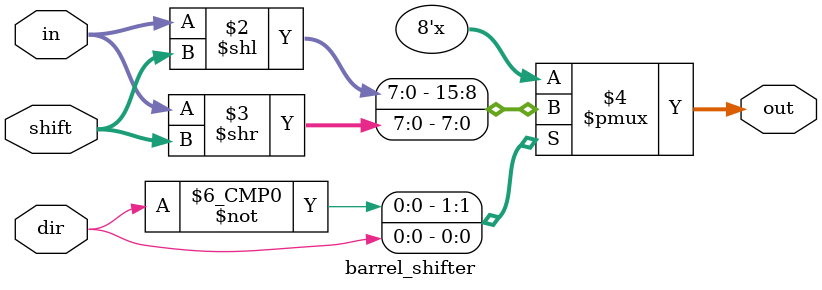
<source format=v>

module barrel_shifter (
    input [7:0] in,
    input [2:0] shift,
    input dir,
    output reg [7:0] out
);

    always @(*) begin
        case (dir)
            1'b0: out = in << shift;
            1'b1: out = in >> shift;
        endcase
    end

endmodule

</source>
